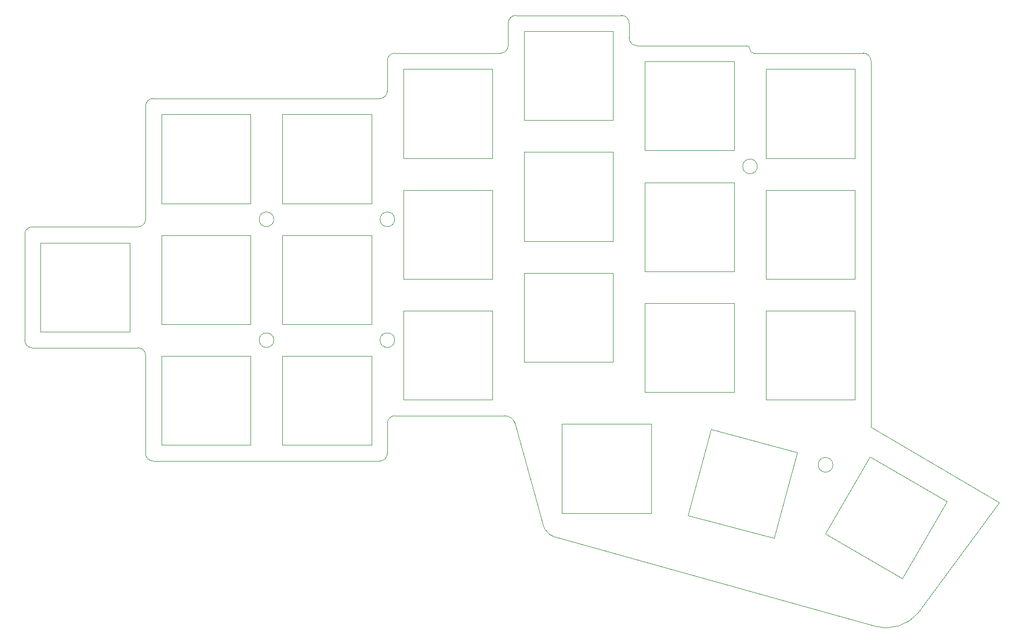
<source format=gm1>
G04 #@! TF.GenerationSoftware,KiCad,Pcbnew,(6.0.7-1)-1*
G04 #@! TF.CreationDate,2022-11-09T14:31:12+10:00*
G04 #@! TF.ProjectId,jantor,6a616e74-6f72-42e6-9b69-6361645f7063,rev?*
G04 #@! TF.SameCoordinates,Original*
G04 #@! TF.FileFunction,Profile,NP*
%FSLAX46Y46*%
G04 Gerber Fmt 4.6, Leading zero omitted, Abs format (unit mm)*
G04 Created by KiCad (PCBNEW (6.0.7-1)-1) date 2022-11-09 14:31:12*
%MOMM*%
%LPD*%
G01*
G04 APERTURE LIST*
G04 #@! TA.AperFunction,Profile*
%ADD10C,0.100000*%
G04 #@! TD*
G04 #@! TA.AperFunction,Profile*
%ADD11C,0.120000*%
G04 #@! TD*
G04 APERTURE END LIST*
D10*
X1187500Y-58781250D02*
X21375000Y-70656250D01*
X2099296Y-90117562D02*
X-48687500Y-76000000D01*
X-111625000Y-64125000D02*
X-76000000Y-64125000D01*
X-17812500Y593750D02*
G75*
G03*
X-17218750Y0I593700J-50D01*
G01*
X-131812500Y-28500000D02*
X-131812500Y-45125000D01*
X-73625000Y-57000000D02*
X-57000000Y-57000000D01*
X2099295Y-90117565D02*
G75*
G03*
X8487500Y-88098750I1602125J6046955D01*
G01*
X-111625000Y-7125000D02*
G75*
G03*
X-112812500Y-8312500I1J-1187501D01*
G01*
X8487500Y-88098750D02*
X21375000Y-70656250D01*
X-38000000Y5937500D02*
X-54625000Y5937500D01*
X-112812500Y-47500000D02*
X-112812500Y-62937500D01*
X-73625000Y0D02*
G75*
G03*
X-74812500Y-1187500I1J-1187501D01*
G01*
X-57000000Y0D02*
X-73625000Y0D01*
X-112812500Y-47500000D02*
G75*
G03*
X-114000000Y-46312500I-1187501J-1D01*
G01*
X-130625000Y-46312500D02*
X-114000000Y-46312500D01*
X-112812500Y-26125000D02*
X-112812500Y-8312500D01*
X-55812500Y1187500D02*
X-55812500Y4750000D01*
X1187550Y-1187500D02*
G75*
G03*
X0Y0I-1187550J-50D01*
G01*
X-54625000Y5937500D02*
G75*
G03*
X-55812500Y4750000I1J-1187501D01*
G01*
X-54716408Y-58217969D02*
G75*
G03*
X-56406250Y-57000000I-1689905J-563368D01*
G01*
X-131812500Y-45125000D02*
G75*
G03*
X-130625000Y-46312500I1187501J1D01*
G01*
X-130625000Y-27312500D02*
G75*
G03*
X-131812500Y-28500000I1J-1187501D01*
G01*
X1187500Y-1187500D02*
X1187500Y-58781250D01*
X-76000000Y-7125000D02*
X-111625000Y-7125000D01*
X-73625000Y-57000000D02*
G75*
G03*
X-74812500Y-58187500I1J-1187501D01*
G01*
X-54716408Y-58217969D02*
X-50343382Y-74156066D01*
X-57000000Y-57000000D02*
X-56406250Y-57000000D01*
X-74812500Y-5937500D02*
X-74812500Y-1187500D01*
X-112812500Y-62937500D02*
G75*
G03*
X-111625000Y-64125000I1187501J1D01*
G01*
X-74812500Y-58187500D02*
X-74812500Y-62937500D01*
X-19000000Y1187500D02*
X-35625000Y1187500D01*
X0Y0D02*
X-17218750Y0D01*
X-76000000Y-64125000D02*
G75*
G03*
X-74812500Y-62937500I-1J1187501D01*
G01*
X-114000000Y-27312500D02*
G75*
G03*
X-112812500Y-26125000I-1J1187501D01*
G01*
X-57000000Y0D02*
G75*
G03*
X-55812500Y1187500I-1J1187501D01*
G01*
X-36812500Y4750000D02*
G75*
G03*
X-38000000Y5937500I-1187501J-1D01*
G01*
X-19000000Y1187500D02*
X-18406250Y1187500D01*
X-76000000Y-7125000D02*
G75*
G03*
X-74812500Y-5937500I-1J1187501D01*
G01*
X-50343382Y-74156066D02*
G75*
G03*
X-48687500Y-76000000I2794311J843864D01*
G01*
X-36812500Y2375000D02*
G75*
G03*
X-35625000Y1187500I1187501J1D01*
G01*
X-17812500Y593750D02*
G75*
G03*
X-18406250Y1187500I-593700J50D01*
G01*
X-114000000Y-27312500D02*
X-130625000Y-27312500D01*
X-36812500Y2375000D02*
X-36812500Y4750000D01*
D11*
X-73662500Y-26125000D02*
G75*
G03*
X-73662500Y-26125000I-1150000J0D01*
G01*
X-92662500Y-26125000D02*
G75*
G03*
X-92662500Y-26125000I-1150000J0D01*
G01*
X-4787500Y-64718750D02*
G75*
G03*
X-4787500Y-64718750I-1150000J0D01*
G01*
X-16662500Y-17812500D02*
G75*
G03*
X-16662500Y-17812500I-1150000J0D01*
G01*
X-92662500Y-45125000D02*
G75*
G03*
X-92662500Y-45125000I-1150000J0D01*
G01*
X-73662500Y-45125000D02*
G75*
G03*
X-73662500Y-45125000I-1150000J0D01*
G01*
X-5999678Y-75593428D02*
X1000322Y-63469072D01*
X1000322Y-63469072D02*
X13124678Y-70469072D01*
X13124678Y-70469072D02*
X6124678Y-82593428D01*
X6124678Y-82593428D02*
X-5999678Y-75593428D01*
X-23949747Y-59114286D02*
X-10426786Y-62737753D01*
X-10426786Y-62737753D02*
X-14050253Y-76260714D01*
X-14050253Y-76260714D02*
X-27573214Y-72637247D01*
X-27573214Y-72637247D02*
X-23949747Y-59114286D01*
X-47375000Y-58312500D02*
X-33375000Y-58312500D01*
X-33375000Y-58312500D02*
X-33375000Y-72312500D01*
X-33375000Y-72312500D02*
X-47375000Y-72312500D01*
X-47375000Y-72312500D02*
X-47375000Y-58312500D01*
X-15312500Y-40500000D02*
X-1312500Y-40500000D01*
X-1312500Y-40500000D02*
X-1312500Y-54500000D01*
X-1312500Y-54500000D02*
X-15312500Y-54500000D01*
X-15312500Y-54500000D02*
X-15312500Y-40500000D01*
X-34312500Y-39312500D02*
X-20312500Y-39312500D01*
X-20312500Y-39312500D02*
X-20312500Y-53312500D01*
X-20312500Y-53312500D02*
X-34312500Y-53312500D01*
X-34312500Y-53312500D02*
X-34312500Y-39312500D01*
X-53312500Y-34562500D02*
X-39312500Y-34562500D01*
X-39312500Y-34562500D02*
X-39312500Y-48562500D01*
X-39312500Y-48562500D02*
X-53312500Y-48562500D01*
X-53312500Y-48562500D02*
X-53312500Y-34562500D01*
X-72312500Y-40500000D02*
X-58312500Y-40500000D01*
X-58312500Y-40500000D02*
X-58312500Y-54500000D01*
X-58312500Y-54500000D02*
X-72312500Y-54500000D01*
X-72312500Y-54500000D02*
X-72312500Y-40500000D01*
X-91312500Y-47625000D02*
X-77312500Y-47625000D01*
X-77312500Y-47625000D02*
X-77312500Y-61625000D01*
X-77312500Y-61625000D02*
X-91312500Y-61625000D01*
X-91312500Y-61625000D02*
X-91312500Y-47625000D01*
X-110312500Y-47625000D02*
X-96312500Y-47625000D01*
X-96312500Y-47625000D02*
X-96312500Y-61625000D01*
X-96312500Y-61625000D02*
X-110312500Y-61625000D01*
X-110312500Y-61625000D02*
X-110312500Y-47625000D01*
X-15312500Y-21500000D02*
X-1312500Y-21500000D01*
X-1312500Y-21500000D02*
X-1312500Y-35500000D01*
X-1312500Y-35500000D02*
X-15312500Y-35500000D01*
X-15312500Y-35500000D02*
X-15312500Y-21500000D01*
X-34312500Y-20312500D02*
X-20312500Y-20312500D01*
X-20312500Y-20312500D02*
X-20312500Y-34312500D01*
X-20312500Y-34312500D02*
X-34312500Y-34312500D01*
X-34312500Y-34312500D02*
X-34312500Y-20312500D01*
X-53312500Y-15562500D02*
X-39312500Y-15562500D01*
X-39312500Y-15562500D02*
X-39312500Y-29562500D01*
X-39312500Y-29562500D02*
X-53312500Y-29562500D01*
X-53312500Y-29562500D02*
X-53312500Y-15562500D01*
X-72312500Y-21500000D02*
X-58312500Y-21500000D01*
X-58312500Y-21500000D02*
X-58312500Y-35500000D01*
X-58312500Y-35500000D02*
X-72312500Y-35500000D01*
X-72312500Y-35500000D02*
X-72312500Y-21500000D01*
X-91312500Y-28625000D02*
X-77312500Y-28625000D01*
X-77312500Y-28625000D02*
X-77312500Y-42625000D01*
X-77312500Y-42625000D02*
X-91312500Y-42625000D01*
X-91312500Y-42625000D02*
X-91312500Y-28625000D01*
X-110312500Y-28625000D02*
X-96312500Y-28625000D01*
X-96312500Y-28625000D02*
X-96312500Y-42625000D01*
X-96312500Y-42625000D02*
X-110312500Y-42625000D01*
X-110312500Y-42625000D02*
X-110312500Y-28625000D01*
X-129312500Y-29812500D02*
X-115312500Y-29812500D01*
X-115312500Y-29812500D02*
X-115312500Y-43812500D01*
X-115312500Y-43812500D02*
X-129312500Y-43812500D01*
X-129312500Y-43812500D02*
X-129312500Y-29812500D01*
X-15312500Y-2500000D02*
X-1312500Y-2500000D01*
X-1312500Y-2500000D02*
X-1312500Y-16500000D01*
X-1312500Y-16500000D02*
X-15312500Y-16500000D01*
X-15312500Y-16500000D02*
X-15312500Y-2500000D01*
X-34312500Y-1312500D02*
X-20312500Y-1312500D01*
X-20312500Y-1312500D02*
X-20312500Y-15312500D01*
X-20312500Y-15312500D02*
X-34312500Y-15312500D01*
X-34312500Y-15312500D02*
X-34312500Y-1312500D01*
X-53312500Y3437500D02*
X-39312500Y3437500D01*
X-39312500Y3437500D02*
X-39312500Y-10562500D01*
X-39312500Y-10562500D02*
X-53312500Y-10562500D01*
X-53312500Y-10562500D02*
X-53312500Y3437500D01*
X-72312500Y-2500000D02*
X-58312500Y-2500000D01*
X-58312500Y-2500000D02*
X-58312500Y-16500000D01*
X-58312500Y-16500000D02*
X-72312500Y-16500000D01*
X-72312500Y-16500000D02*
X-72312500Y-2500000D01*
X-91312500Y-9625000D02*
X-77312500Y-9625000D01*
X-77312500Y-9625000D02*
X-77312500Y-23625000D01*
X-77312500Y-23625000D02*
X-91312500Y-23625000D01*
X-91312500Y-23625000D02*
X-91312500Y-9625000D01*
X-110312500Y-9625000D02*
X-96312500Y-9625000D01*
X-96312500Y-9625000D02*
X-96312500Y-23625000D01*
X-96312500Y-23625000D02*
X-110312500Y-23625000D01*
X-110312500Y-23625000D02*
X-110312500Y-9625000D01*
M02*

</source>
